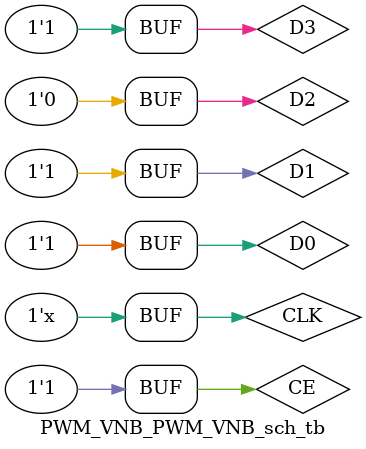
<source format=v>

`timescale 1ns / 1ps

module PWM_VNB_PWM_VNB_sch_tb();

// Inputs
   reg D0;
   reg D1;
   reg D2;
   reg D3;
   reg CLK;
   reg CE;

// Output
   wire q2;
   wire PWM;
   wire q3;
   wire Chk;
   wire q0;
   wire q1;

// Bidirs

// Instantiate the UUT
   PWM_VNB UUT (
		.q2(q2), 
		.D0(D0), 
		.D1(D1), 
		.D2(D2), 
		.D3(D3), 
		.CLK(CLK), 
		.PWM(PWM), 
		.CE(CE), 
		.q3(q3), 
		.Chk(Chk), 
		.q0(q0), 
		.q1(q1)
   );
// Initialize Inputs
  
       initial begin
		D0 = 1;
		D1 = 1;
		D2 = 0;
		D3 = 1;
		CLK = 1;
		CE = 1;
   end
	always begin
	CLK=~CLK;
	#50;
	end
endmodule

</source>
